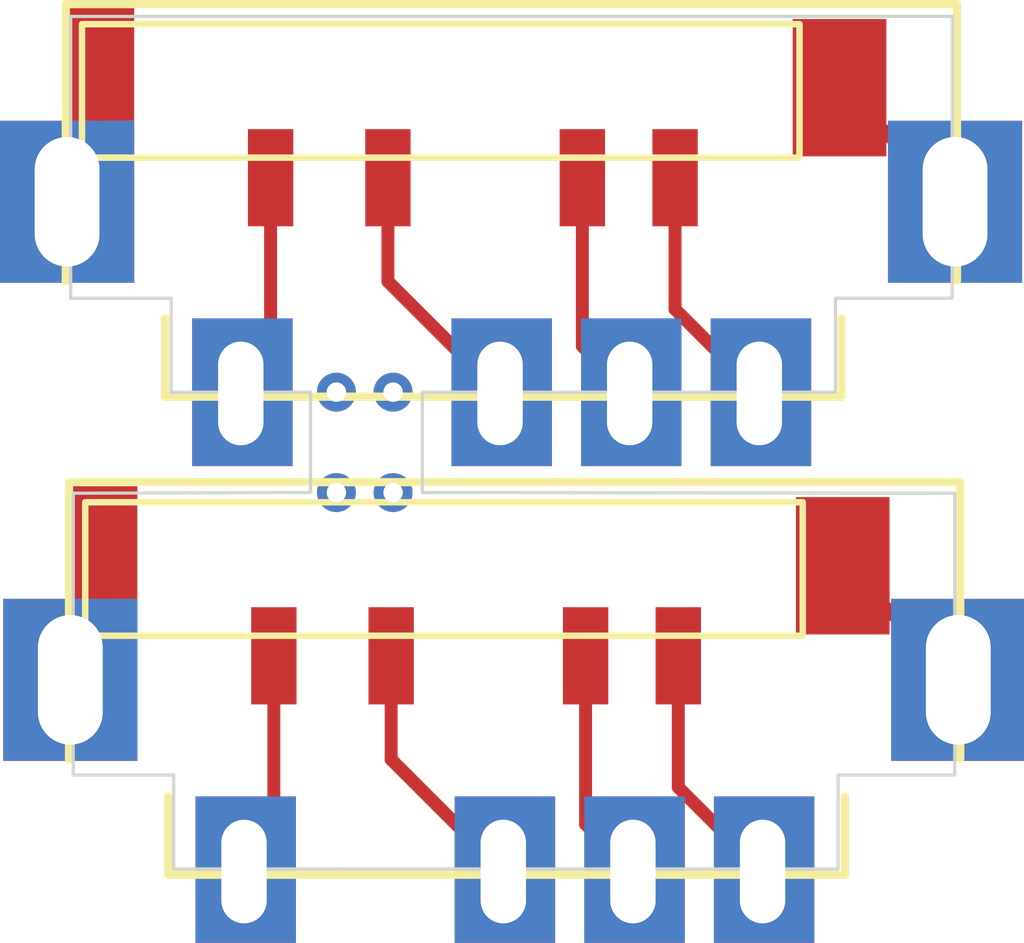
<source format=kicad_pcb>
(kicad_pcb (version 20240108) (generator "pcbnew") (generator_version "8.0")
  (layers (0 "F.Cu" signal) (31 "B.Cu" signal) (34 "B.Paste" user) (35 "F.Paste" user) (36 "B.SilkS" user "B.Silkscreen") (37 "F.SilkS" user "F.Silkscreen") (38 "B.Mask" user) (39 "F.Mask" user) (44 "Edge.Cuts" user))
  (net 0 "")
  (footprint "MGBC-MBL-01_2_0:MGB-SWITCH" (layer "F.Cu") (at 129.625 53.97)
    (property "Reference" "SW1" (hide yes))
    (property "Value" "MGB-SW1" (hide yes))
    (fp_line (start -6.5 -3.81) (end -6.5 0.47) (stroke (width 0.127)) (layer "F.SilkS"))
    (fp_line (start -4.97 1.04) (end -4.97 2.25) (stroke (width 0.127)) (layer "F.SilkS"))
    (fp_line (start -4.97 2.25) (end 5.47 2.25) (stroke (width 0.127)) (layer "F.SilkS"))
    (fp_line (start 5.47 2.25) (end 5.47 1.04) (stroke (width 0.127)) (layer "F.SilkS"))
    (fp_line (start 7.25 -3.81) (end -6.5 -3.81) (stroke (width 0.127)) (layer "F.SilkS"))
    (fp_line (start 7.25 0.46) (end 7.25 -3.81) (stroke (width 0.127)) (layer "F.SilkS"))
    (fp_rect (start -6.25 -3.5) (end 4.82 -1.44) (stroke (width 0.1)) (fill none) (layer "F.SilkS"))
    (pad "" np_thru_hole circle (at -2.78 -2.61) (size 0.6 0.6) (drill 0.6) (layers "F&B.Cu" "*.Mask"))
    (pad "" np_thru_hole circle (at 2.25 -2.61) (size 0.6 0.6) (drill 0.6) (layers "F&B.Cu" "*.Mask"))
    (pad "1" thru_hole rect (at -6.48 -0.759) (size 2.07 2.5) (drill oval 1 2) (layers "*.Cu" "*.Mask"))
    (pad "1" thru_hole rect (at -3.8 2.2) (size 1.55 2.2795) (drill oval 0.7 1.6 (offset 0.025 -0.01925)) (layers "*.Cu" "*.Mask"))
    (pad "1" thru_hole rect (at 0.2 2.2) (size 1.55 2.2795) (drill oval 0.7 1.6 (offset 0.025 -0.01925)) (layers "*.Cu" "*.Mask"))
    (pad "1" thru_hole rect (at 2.2 2.2) (size 1.55 2.2795) (drill oval 0.7 1.6 (offset 0.025 -0.01925)) (layers "*.Cu" "*.Mask"))
    (pad "1" thru_hole rect (at 4.2 2.2) (size 1.55 2.2795) (drill oval 0.7 1.6 (offset 0.025 -0.01925)) (layers "*.Cu" "*.Mask"))
    (pad "1" thru_hole rect (at 7.22 -0.759) (size 2.07 2.5) (drill oval 1 2) (layers "*.Cu" "*.Mask"))
    (pad "2" smd rect (at -5.9625 -2.92175) (size 1.035 1.8255) (layers "F.Cu" "F.Paste" "F.Mask"))
    (pad "3" smd rect (at 5.4375 -2.52) (size 1.445 2.12) (layers "F.Cu" "F.Paste" "F.Mask"))
    (pad "4" smd rect (at -3.34 -1.13) (size 0.7 1.5) (layers "F.Cu" "F.Paste" "F.Mask"))
    (pad "5" smd rect (at 1.47 -1.13) (size 0.7 1.5) (layers "F.Cu" "F.Paste" "F.Mask"))
    (pad "6" smd rect (at 2.9 -1.13) (size 0.7 1.5) (layers "F.Cu" "F.Paste" "F.Mask"))
    (pad "7" smd rect (at -1.53 -1.13) (size 0.7 1.5) (layers "F.Cu" "F.Paste" "F.Mask"))
  )
  (footprint "MGBC-MBL-01_2_0:MGB-SWITCH" (layer "F.Cu") (at 129.675 61.35)
    (property "Reference" "SW1" (hide yes))
    (property "Value" "MGB-SW1" (hide yes))
    (fp_line (start -6.5 -3.81) (end -6.5 0.47) (stroke (width 0.127)) (layer "F.SilkS"))
    (fp_line (start -4.97 1.04) (end -4.97 2.25) (stroke (width 0.127)) (layer "F.SilkS"))
    (fp_line (start -4.97 2.25) (end 5.47 2.25) (stroke (width 0.127)) (layer "F.SilkS"))
    (fp_line (start 5.47 2.25) (end 5.47 1.04) (stroke (width 0.127)) (layer "F.SilkS"))
    (fp_line (start 7.25 -3.81) (end -6.5 -3.81) (stroke (width 0.127)) (layer "F.SilkS"))
    (fp_line (start 7.25 0.46) (end 7.25 -3.81) (stroke (width 0.127)) (layer "F.SilkS"))
    (fp_rect (start -6.25 -3.5) (end 4.82 -1.44) (stroke (width 0.1)) (fill none) (layer "F.SilkS"))
    (pad "" np_thru_hole circle (at -2.78 -2.61) (size 0.6 0.6) (drill 0.6) (layers "F&B.Cu" "*.Mask"))
    (pad "" np_thru_hole circle (at 2.25 -2.61) (size 0.6 0.6) (drill 0.6) (layers "F&B.Cu" "*.Mask"))
    (pad "1" thru_hole rect (at -6.48 -0.759) (size 2.07 2.5) (drill oval 1 2) (layers "*.Cu" "*.Mask"))
    (pad "1" thru_hole rect (at -3.8 2.2) (size 1.55 2.2795) (drill oval 0.7 1.6 (offset 0.025 -0.01925)) (layers "*.Cu" "*.Mask"))
    (pad "1" thru_hole rect (at 0.2 2.2) (size 1.55 2.2795) (drill oval 0.7 1.6 (offset 0.025 -0.01925)) (layers "*.Cu" "*.Mask"))
    (pad "1" thru_hole rect (at 2.2 2.2) (size 1.55 2.2795) (drill oval 0.7 1.6 (offset 0.025 -0.01925)) (layers "*.Cu" "*.Mask"))
    (pad "1" thru_hole rect (at 4.2 2.2) (size 1.55 2.2795) (drill oval 0.7 1.6 (offset 0.025 -0.01925)) (layers "*.Cu" "*.Mask"))
    (pad "1" thru_hole rect (at 7.22 -0.759) (size 2.07 2.5) (drill oval 1 2) (layers "*.Cu" "*.Mask"))
    (pad "2" smd rect (at -5.9625 -2.92175) (size 1.035 1.8255) (layers "F.Cu" "F.Paste" "F.Mask"))
    (pad "3" smd rect (at 5.4375 -2.52) (size 1.445 2.12) (layers "F.Cu" "F.Paste" "F.Mask"))
    (pad "4" smd rect (at -3.34 -1.13) (size 0.7 1.5) (layers "F.Cu" "F.Paste" "F.Mask"))
    (pad "5" smd rect (at 1.47 -1.13) (size 0.7 1.5) (layers "F.Cu" "F.Paste" "F.Mask"))
    (pad "6" smd rect (at 2.9 -1.13) (size 0.7 1.5) (layers "F.Cu" "F.Paste" "F.Mask"))
    (pad "7" smd rect (at -1.53 -1.13) (size 0.7 1.5) (layers "F.Cu" "F.Paste" "F.Mask"))
  )
  (gr_line (start 136.8 54.7) (end 136.8 50.35) (stroke (width 0.05)) (layer "Edge.Cuts"))
  (gr_line (start 135 54.7) (end 136.8 54.7) (stroke (width 0.05)) (layer "Edge.Cuts"))
  (gr_line (start 128.625 57.7) (end 136.84 57.71) (stroke (width 0.05)) (layer "Edge.Cuts"))
  (gr_line (start 124.79 63.51) (end 127.34 63.51) (stroke (width 0.05)) (layer "Edge.Cuts"))
  (gr_line (start 126.9 57.7) (end 123.24 57.71) (stroke (width 0.05)) (layer "Edge.Cuts"))
  (gr_line (start 135.04 63.51) (end 128.24 63.51) (stroke (width 0.05)) (layer "Edge.Cuts"))
  (gr_line (start 124.75 54.7) (end 124.75 56.15) (stroke (width 0.05)) (layer "Edge.Cuts"))
  (gr_line (start 135 56.15) (end 128.625 56.15) (stroke (width 0.05)) (layer "Edge.Cuts"))
  (gr_line (start 124.79 62.06) (end 124.79 63.51) (stroke (width 0.05)) (layer "Edge.Cuts"))
  (gr_line (start 123.2 54.7) (end 124.75 54.7) (stroke (width 0.05)) (layer "Edge.Cuts"))
  (gr_line (start 123.24 57.71) (end 123.24 62.06) (stroke (width 0.05)) (layer "Edge.Cuts"))
  (gr_line (start 128.24 63.51) (end 127.34 63.51) (stroke (width 0.05)) (layer "Edge.Cuts"))
  (gr_line (start 123.24 62.06) (end 124.79 62.06) (stroke (width 0.05)) (layer "Edge.Cuts"))
  (gr_line (start 135 56.15) (end 135 54.7) (stroke (width 0.05)) (layer "Edge.Cuts"))
  (gr_line (start 136.8 50.35) (end 123.2 50.35) (stroke (width 0.05)) (layer "Edge.Cuts"))
  (gr_line (start 123.2 50.35) (end 123.2 54.7) (stroke (width 0.05)) (layer "Edge.Cuts"))
  (gr_line (start 124.75 56.15) (end 126.9 56.15) (stroke (width 0.05)) (layer "Edge.Cuts"))
  (gr_line (start 135.04 62.06) (end 136.84 62.06) (stroke (width 0.05)) (layer "Edge.Cuts"))
  (gr_line (start 126.9 56.15) (end 126.9 57.7) (stroke (width 0.05)) (layer "Edge.Cuts"))
  (gr_line (start 135.04 63.51) (end 135.04 62.06) (stroke (width 0.05)) (layer "Edge.Cuts"))
  (gr_line (start 128.625 56.15) (end 128.625 57.7) (stroke (width 0.05)) (layer "Edge.Cuts"))
  (gr_line (start 136.84 62.06) (end 136.84 57.71) (stroke (width 0.05)) (layer "Edge.Cuts"))
  (segment (start 128.145 60.22) (end 128.145 61.82) (width 0.2) (layer "F.Cu") (net 0))
  (segment (start 136.845 53.211) (end 136.436 53.211) (width 0.2) (layer "F.Cu") (net 0))
  (segment (start 123.7125 58.42825) (end 123.7125 60.0735) (width 0.2) (layer "F.Cu") (net 0))
  (segment (start 131.095 52.84) (end 131.095 55.44) (width 0.2) (layer "F.Cu") (net 0))
  (segment (start 123.7125 60.0735) (end 123.195 60.591) (width 0.2) (layer "F.Cu") (net 0))
  (segment (start 123.6625 51.04825) (end 123.6625 52.6935) (width 0.2) (layer "F.Cu") (net 0))
  (segment (start 135.134 58.83) (end 136.895 60.591) (width 0.2) (layer "F.Cu") (net 0))
  (segment (start 132.525 54.87) (end 133.825 56.17) (width 0.2) (layer "F.Cu") (net 0))
  (segment (start 126.335 60.22) (end 126.335 63.09) (width 0.2) (layer "F.Cu") (net 0))
  (segment (start 131.825 56.17) (end 131.915 56.08) (width 0.2) (layer "F.Cu") (net 0))
  (segment (start 132.425 52.84) (end 132.425 53.225) (width 0.2) (layer "F.Cu") (net 0))
  (segment (start 126.335 63.09) (end 125.875 63.55) (width 0.2) (layer "F.Cu") (net 0))
  (segment (start 135.1125 58.83) (end 135.134 58.83) (width 0.2) (layer "F.Cu") (net 0))
  (segment (start 128.095 52.84) (end 128.095 54.44) (width 0.2) (layer "F.Cu") (net 0))
  (segment (start 135.0625 51.45) (end 135.084 51.45) (width 0.2) (layer "F.Cu") (net 0))
  (segment (start 123.6625 52.6935) (end 123.145 53.211) (width 0.2) (layer "F.Cu") (net 0))
  (segment (start 131.095 55.44) (end 131.825 56.17) (width 0.2) (layer "F.Cu") (net 0))
  (segment (start 131.145 62.82) (end 131.875 63.55) (width 0.2) (layer "F.Cu") (net 0))
  (segment (start 132.575 62.25) (end 133.875 63.55) (width 0.2) (layer "F.Cu") (net 0))
  (segment (start 126.285 52.84) (end 126.285 55.71) (width 0.2) (layer "F.Cu") (net 0))
  (segment (start 128.095 54.44) (end 129.825 56.17) (width 0.2) (layer "F.Cu") (net 0))
  (segment (start 128.145 61.82) (end 129.875 63.55) (width 0.2) (layer "F.Cu") (net 0))
  (segment (start 123.145 53.211) (end 123.594 53.211) (width 0.2) (layer "F.Cu") (net 0))
  (segment (start 135.084 51.45) (end 136.845 53.211) (width 0.2) (layer "F.Cu") (net 0))
  (segment (start 131.145 60.22) (end 131.145 62.82) (width 0.2) (layer "F.Cu") (net 0))
  (segment (start 132.525 52.84) (end 132.525 54.87) (width 0.2) (layer "F.Cu") (net 0))
  (segment (start 132.575 60.22) (end 132.575 62.25) (width 0.2) (layer "F.Cu") (net 0))
  (segment (start 126.285 55.71) (end 125.825 56.17) (width 0.2) (layer "F.Cu") (net 0))
  (via (at 128.175 57.7) (size 0.6) (drill 0.3) (layers "F.Cu" "B.Cu") (net 0))
  (via (at 128.175 56.15) (size 0.6) (drill 0.3) (layers "F.Cu" "B.Cu") (net 0))
  (via (at 127.3 57.7) (size 0.6) (drill 0.3) (layers "F.Cu" "B.Cu") (net 0))
  (via (at 127.3 56.15) (size 0.6) (drill 0.3) (layers "F.Cu" "B.Cu") (net 0))
)
</source>
